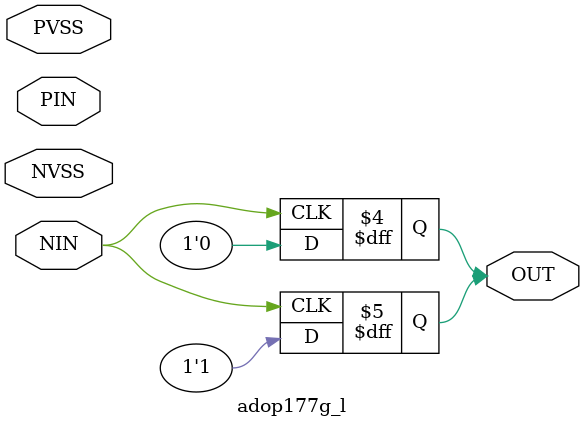
<source format=v>
/* 
 *  Created:  < wittich 17/08/95>
 *  Time-stamp: <95/08/17 21:17:03 wittich>
 *  filename: /tape/snopcb/snolib_fec32/adop177g_l/verilog_lib/verilog.v
 *  
 *  Comments: verilog null model for adop177g_l, precision op-amp.
 *
 *  Modification History:
 *  ------------------------------
 *  17/08/95          Created.  body copied from RGV's SNOOPAMP.v in
 *                    snoveriloglib. 
 *  17/08/95          I made this name lower-case.  how can I tell vloglink
 *                    to use upper case? 
 */ 
`timescale  1ns/1ns

module adop177g_l(NIN, PIN, OUT, PVSS, NVSS) ;
   input NIN, PIN;
   input PVSS, NVSS;
   output OUT;

   
   reg        OUT;
   wire       NIN, PIN;
     
   initial OUT= 0;

     
   always @(posedge NIN) begin
      #1;
      OUT=1;
   end

   always @(negedge NIN) begin
      #1;
      OUT=0;
   end


endmodule /* ADOP177G_L */
   


</source>
